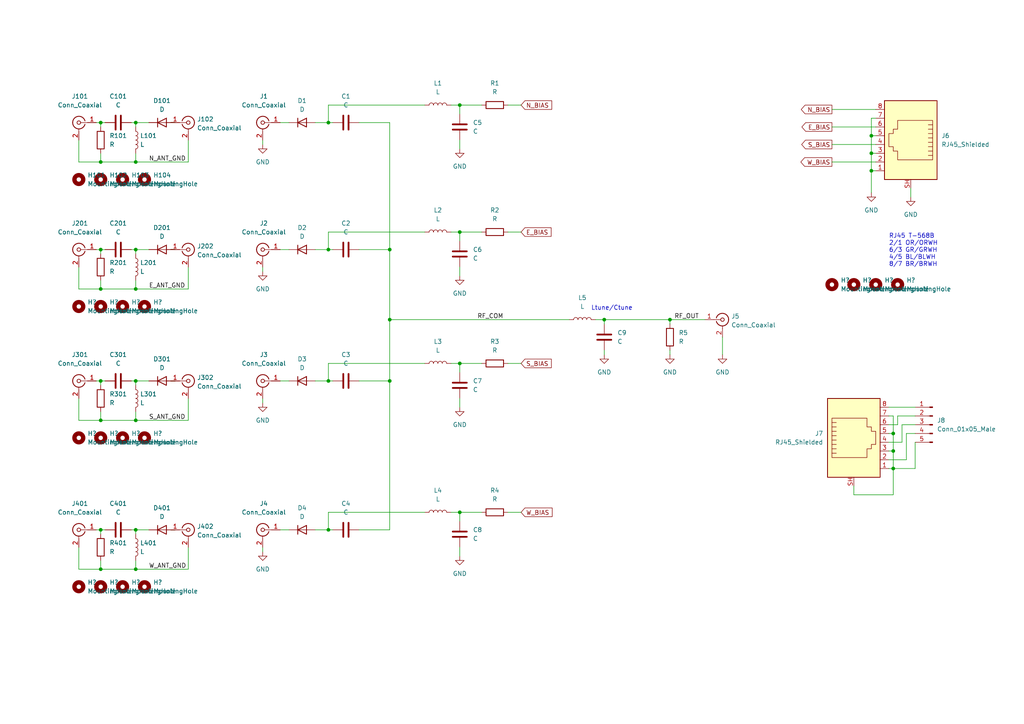
<source format=kicad_sch>
(kicad_sch (version 20211123) (generator eeschema)
  (paper "A4")
  (lib_symbols
    (symbol "Connector:Conn_01x05_Male" (pin_names (offset 1.016) hide)
      (property "Reference" "J" (at 0 7.62 0))
      (property "Value" "Conn_01x05_Male" (at 0 -7.62 0))
      (symbol "Conn_01x05_Male_1_1"
        (polyline (pts (xy 1.27 -5.08) (xy 0.8636 -5.08)) (stroke (width 0.1524)))
        (polyline (pts (xy 1.27 -2.54) (xy 0.8636 -2.54)) (stroke (width 0.1524)))
        (polyline (pts (xy 1.27 0) (xy 0.8636 0)) (stroke (width 0.1524)))
        (polyline (pts (xy 1.27 2.54) (xy 0.8636 2.54)) (stroke (width 0.1524)))
        (polyline (pts (xy 1.27 5.08) (xy 0.8636 5.08)) (stroke (width 0.1524)))
        (rectangle (start 0.8636 -4.953) (end 0 -5.207) (stroke (width 0.1524)) (fill (type outline)))
        (rectangle (start 0.8636 -2.413) (end 0 -2.667) (stroke (width 0.1524)) (fill (type outline)))
        (rectangle (start 0.8636 0.127) (end 0 -0.127) (stroke (width 0.1524)) (fill (type outline)))
        (rectangle (start 0.8636 2.667) (end 0 2.413) (stroke (width 0.1524)) (fill (type outline)))
        (rectangle (start 0.8636 5.207) (end 0 4.953) (stroke (width 0.1524)) (fill (type outline)))
        (pin passive line (at 5.08 5.08 180) (length 3.81) (name "Pin_1") (number "1"))
        (pin passive line (at 5.08 2.54 180) (length 3.81) (name "Pin_2") (number "2"))
        (pin passive line (at 5.08 0 180) (length 3.81) (name "Pin_3") (number "3"))
        (pin passive line (at 5.08 -2.54 180) (length 3.81) (name "Pin_4") (number "4"))
        (pin passive line (at 5.08 -5.08 180) (length 3.81) (name "Pin_5") (number "5"))
      )
    )
    (symbol "Connector:Conn_Coaxial" (pin_names (offset 1.016) hide)
      (property "Reference" "J" (at 0.254 3.048 0))
      (property "Value" "Conn_Coaxial" (at 2.921 0 90))
      (symbol "Conn_Coaxial_0_1"
        (arc (start -1.778 -0.508) (mid 0.222 -1.808) (end 1.778 0) (stroke (width 0.254)))
        (polyline (pts (xy -2.54 0) (xy -0.508 0)))
        (polyline (pts (xy 0 -2.54) (xy 0 -1.778)))
        (circle (center 0 0) (radius 0.508) (stroke (width 0.2032)))
        (arc (start 1.778 0) (mid 0.222 1.8083) (end -1.778 0.508) (stroke (width 0.254)))
      )
      (symbol "Conn_Coaxial_1_1"
        (pin passive line (at -5.08 0 0) (length 2.54) (name "In") (number "1"))
        (pin passive line (at 0 -5.08 90) (length 2.54) (name "Ext") (number "2"))
      )
    )
    (symbol "Connector:RJ45_Shielded" (pin_names (offset 1.016))
      (property "Reference" "J" (at -5.08 13.97 0))
      (property "Value" "RJ45_Shielded" (at 2.54 13.97 0))
      (symbol "RJ45_Shielded_0_1"
        (polyline (pts (xy -5.08 4.445) (xy -6.35 4.445)))
        (polyline (pts (xy -5.08 5.715) (xy -6.35 5.715)))
        (polyline (pts (xy -6.35 -3.175) (xy -5.08 -3.175) (xy -5.08 -3.175)))
        (polyline (pts (xy -6.35 -1.905) (xy -5.08 -1.905) (xy -5.08 -1.905)))
        (polyline (pts (xy -6.35 -0.635) (xy -5.08 -0.635) (xy -5.08 -0.635)))
        (polyline (pts (xy -6.35 0.635) (xy -5.08 0.635) (xy -5.08 0.635)))
        (polyline (pts (xy -6.35 1.905) (xy -5.08 1.905) (xy -5.08 1.905)))
        (polyline (pts (xy -5.08 3.175) (xy -6.35 3.175) (xy -6.35 3.175)))
        (polyline (pts (xy -6.35 -4.445) (xy -6.35 6.985) (xy 3.81 6.985) (xy 3.81 4.445) (xy 5.08 4.445) (xy 5.08 3.175) (xy 6.35 3.175) (xy 6.35 -0.635) (xy 5.08 -0.635) (xy 5.08 -1.905) (xy 3.81 -1.905) (xy 3.81 -4.445) (xy -6.35 -4.445) (xy -6.35 -4.445)))
        (rectangle (start 7.62 12.7) (end -7.62 -10.16) (stroke (width 0.254)) (fill (type background)))
      )
      (symbol "RJ45_Shielded_1_1"
        (pin passive line (at 10.16 -7.62 180) (length 2.54) (name "~") (number "1"))
        (pin passive line (at 10.16 -5.08 180) (length 2.54) (name "~") (number "2"))
        (pin passive line (at 10.16 -2.54 180) (length 2.54) (name "~") (number "3"))
        (pin passive line (at 10.16 0 180) (length 2.54) (name "~") (number "4"))
        (pin passive line (at 10.16 2.54 180) (length 2.54) (name "~") (number "5"))
        (pin passive line (at 10.16 5.08 180) (length 2.54) (name "~") (number "6"))
        (pin passive line (at 10.16 7.62 180) (length 2.54) (name "~") (number "7"))
        (pin passive line (at 10.16 10.16 180) (length 2.54) (name "~") (number "8"))
        (pin passive line (at 0 -12.7 90) (length 2.54) (name "~") (number "SH"))
      )
    )
    (symbol "Device:C" (pin_numbers hide) (pin_names (offset 0.254))
      (property "Reference" "C" (at 0.635 2.54 0))
      (property "Value" "C" (at 0.635 -2.54 0))
      (symbol "C_0_1"
        (polyline (pts (xy -2.032 -0.762) (xy 2.032 -0.762)) (stroke (width 0.508)))
        (polyline (pts (xy -2.032 0.762) (xy 2.032 0.762)) (stroke (width 0.508)))
      )
      (symbol "C_1_1"
        (pin passive line (at 0 3.81 270) (length 2.794) (name "~") (number "1"))
        (pin passive line (at 0 -3.81 90) (length 2.794) (name "~") (number "2"))
      )
    )
    (symbol "Device:D" (pin_numbers hide) (pin_names (offset 1.016) hide)
      (property "Reference" "D" (at 0 2.54 0))
      (property "Value" "D" (at 0 -2.54 0))
      (symbol "D_0_1"
        (polyline (pts (xy -1.27 1.27) (xy -1.27 -1.27)) (stroke (width 0.254)))
        (polyline (pts (xy 1.27 0) (xy -1.27 0)))
        (polyline (pts (xy 1.27 1.27) (xy 1.27 -1.27) (xy -1.27 0) (xy 1.27 1.27)) (stroke (width 0.254)))
      )
      (symbol "D_1_1"
        (pin passive line (at -3.81 0 0) (length 2.54) (name "K") (number "1"))
        (pin passive line (at 3.81 0 180) (length 2.54) (name "A") (number "2"))
      )
    )
    (symbol "Device:L" (pin_numbers hide) (pin_names (offset 1.016) hide)
      (property "Reference" "L" (at -1.27 0 90))
      (property "Value" "L" (at 1.905 0 90))
      (symbol "L_0_1"
        (arc (start 0 -2.54) (mid 0.635 -1.905) (end 0 -1.27))
        (arc (start 0 -1.27) (mid 0.635 -0.635) (end 0 0))
        (arc (start 0 0) (mid 0.635 0.635) (end 0 1.27))
        (arc (start 0 1.27) (mid 0.635 1.905) (end 0 2.54))
      )
      (symbol "L_1_1"
        (pin passive line (at 0 3.81 270) (length 1.27) (name "1") (number "1"))
        (pin passive line (at 0 -3.81 90) (length 1.27) (name "2") (number "2"))
      )
    )
    (symbol "Device:R" (pin_numbers hide) (pin_names (offset 0))
      (property "Reference" "R" (at 2.032 0 90))
      (property "Value" "R" (at 0 0 90))
      (symbol "R_0_1"
        (rectangle (start -1.016 -2.54) (end 1.016 2.54) (stroke (width 0.254)))
      )
      (symbol "R_1_1"
        (pin passive line (at 0 3.81 270) (length 1.27) (name "~") (number "1"))
        (pin passive line (at 0 -3.81 90) (length 1.27) (name "~") (number "2"))
      )
    )
    (symbol "Mechanical:MountingHole" (pin_names (offset 1.016))
      (property "Reference" "H" (at 0 5.08 0))
      (property "Value" "MountingHole" (at 0 3.175 0))
      (symbol "MountingHole_0_1"
        (circle (center 0 0) (radius 1.27) (stroke (width 1.27)))
      )
    )
    (symbol "power:GND" (power) (pin_names (offset 0))
      (property "Value" "GND" (at 0 -3.81 0))
      (symbol "GND_0_1"
        (polyline (pts (xy 0 0) (xy 0 -1.27) (xy 1.27 -1.27) (xy 0 -2.54) (xy -1.27 -1.27) (xy 0 -1.27)))
      )
      (symbol "GND_1_1"
        (pin power_in line (at 0 0 270) (length 0) hide (name "GND") (number "1"))
      )
    )
  )
  (junction (at 39.37 165.1))
  (junction (at 252.73 44.45))
  (junction (at 29.21 83.82))
  (junction (at 259.08 125.73))
  (junction (at 252.73 49.53))
  (junction (at 95.25 110.49))
  (junction (at 39.37 83.82))
  (junction (at 133.35 30.48))
  (junction (at 39.37 35.56))
  (junction (at 39.37 153.67))
  (junction (at 39.37 46.99))
  (junction (at 39.37 121.92))
  (junction (at 259.08 130.81))
  (junction (at 29.21 46.99))
  (junction (at 95.25 35.56))
  (junction (at 259.08 135.89))
  (junction (at 113.03 72.39))
  (junction (at 194.31 92.71))
  (junction (at 29.21 153.67))
  (junction (at 113.03 92.71))
  (junction (at 95.25 72.39))
  (junction (at 29.21 121.92))
  (junction (at 39.37 72.39))
  (junction (at 133.35 105.41))
  (junction (at 29.21 165.1))
  (junction (at 133.35 148.59))
  (junction (at 133.35 67.31))
  (junction (at 29.21 35.56))
  (junction (at 29.21 72.39))
  (junction (at 39.37 110.49))
  (junction (at 95.25 153.67))
  (junction (at 113.03 110.49))
  (junction (at 29.21 110.49))
  (junction (at 252.73 39.37))
  (junction (at 175.26 92.71))
  (wire (pts (xy 130.81 67.31) (xy 133.35 67.31)))
  (wire (pts (xy 91.44 153.67) (xy 95.25 153.67)))
  (wire (pts (xy 39.37 153.67) (xy 43.18 153.67)))
  (wire (pts (xy 39.37 119.38) (xy 39.37 121.92)))
  (wire (pts (xy 247.65 143.51) (xy 259.08 143.51)))
  (wire (pts (xy 133.35 105.41) (xy 133.35 107.95)))
  (wire (pts (xy 22.86 46.99) (xy 29.21 46.99)))
  (wire (pts (xy 22.86 115.57) (xy 22.86 121.92)))
  (wire (pts (xy 29.21 165.1) (xy 39.37 165.1)))
  (wire (pts (xy 209.55 97.79) (xy 209.55 102.87)))
  (wire (pts (xy 257.81 135.89) (xy 259.08 135.89)))
  (wire (pts (xy 81.28 153.67) (xy 83.82 153.67)))
  (wire (pts (xy 260.35 123.19) (xy 260.35 120.65)))
  (wire (pts (xy 113.03 35.56) (xy 113.03 72.39)))
  (wire (pts (xy 39.37 162.56) (xy 39.37 165.1)))
  (wire (pts (xy 123.19 148.59) (xy 95.25 148.59)))
  (wire (pts (xy 133.35 148.59) (xy 133.35 151.13)))
  (wire (pts (xy 261.62 123.19) (xy 265.43 123.19)))
  (wire (pts (xy 259.08 143.51) (xy 259.08 135.89)))
  (wire (pts (xy 39.37 110.49) (xy 39.37 111.76)))
  (wire (pts (xy 241.3 36.83) (xy 254 36.83)))
  (wire (pts (xy 123.19 105.41) (xy 95.25 105.41)))
  (wire (pts (xy 175.26 92.71) (xy 175.26 93.98)))
  (wire (pts (xy 95.25 35.56) (xy 96.52 35.56)))
  (wire (pts (xy 104.14 72.39) (xy 113.03 72.39)))
  (wire (pts (xy 252.73 44.45) (xy 252.73 49.53)))
  (wire (pts (xy 175.26 92.71) (xy 194.31 92.71)))
  (wire (pts (xy 29.21 35.56) (xy 29.21 36.83)))
  (wire (pts (xy 95.25 105.41) (xy 95.25 110.49)))
  (wire (pts (xy 76.2 77.47) (xy 76.2 78.74)))
  (wire (pts (xy 39.37 121.92) (xy 54.61 121.92)))
  (wire (pts (xy 54.61 158.75) (xy 54.61 165.1)))
  (wire (pts (xy 130.81 148.59) (xy 133.35 148.59)))
  (wire (pts (xy 22.86 77.47) (xy 22.86 83.82)))
  (wire (pts (xy 29.21 153.67) (xy 27.94 153.67)))
  (wire (pts (xy 22.86 158.75) (xy 22.86 165.1)))
  (wire (pts (xy 241.3 46.99) (xy 254 46.99)))
  (wire (pts (xy 262.89 125.73) (xy 265.43 125.73)))
  (wire (pts (xy 22.86 121.92) (xy 29.21 121.92)))
  (wire (pts (xy 39.37 165.1) (xy 54.61 165.1)))
  (wire (pts (xy 50.8 72.39) (xy 49.53 72.39)))
  (wire (pts (xy 113.03 92.71) (xy 165.1 92.71)))
  (wire (pts (xy 39.37 35.56) (xy 39.37 36.83)))
  (wire (pts (xy 241.3 31.75) (xy 254 31.75)))
  (wire (pts (xy 29.21 121.92) (xy 39.37 121.92)))
  (wire (pts (xy 76.2 158.75) (xy 76.2 160.02)))
  (wire (pts (xy 147.32 105.41) (xy 151.13 105.41)))
  (wire (pts (xy 260.35 120.65) (xy 265.43 120.65)))
  (wire (pts (xy 147.32 30.48) (xy 151.13 30.48)))
  (wire (pts (xy 39.37 83.82) (xy 54.61 83.82)))
  (wire (pts (xy 133.35 148.59) (xy 139.7 148.59)))
  (wire (pts (xy 22.86 165.1) (xy 29.21 165.1)))
  (wire (pts (xy 104.14 153.67) (xy 113.03 153.67)))
  (wire (pts (xy 29.21 83.82) (xy 39.37 83.82)))
  (wire (pts (xy 257.81 133.35) (xy 262.89 133.35)))
  (wire (pts (xy 39.37 46.99) (xy 54.61 46.99)))
  (wire (pts (xy 123.19 67.31) (xy 95.25 67.31)))
  (wire (pts (xy 29.21 35.56) (xy 27.94 35.56)))
  (wire (pts (xy 95.25 153.67) (xy 96.52 153.67)))
  (wire (pts (xy 50.8 35.56) (xy 49.53 35.56)))
  (wire (pts (xy 29.21 44.45) (xy 29.21 46.99)))
  (wire (pts (xy 29.21 153.67) (xy 29.21 154.94)))
  (wire (pts (xy 133.35 77.47) (xy 133.35 80.01)))
  (wire (pts (xy 241.3 41.91) (xy 254 41.91)))
  (wire (pts (xy 81.28 72.39) (xy 83.82 72.39)))
  (wire (pts (xy 259.08 130.81) (xy 259.08 135.89)))
  (wire (pts (xy 29.21 110.49) (xy 27.94 110.49)))
  (wire (pts (xy 29.21 72.39) (xy 29.21 73.66)))
  (wire (pts (xy 113.03 72.39) (xy 113.03 92.71)))
  (wire (pts (xy 104.14 110.49) (xy 113.03 110.49)))
  (wire (pts (xy 172.72 92.71) (xy 175.26 92.71)))
  (wire (pts (xy 133.35 115.57) (xy 133.35 118.11)))
  (wire (pts (xy 91.44 35.56) (xy 95.25 35.56)))
  (wire (pts (xy 95.25 67.31) (xy 95.25 72.39)))
  (wire (pts (xy 81.28 35.56) (xy 83.82 35.56)))
  (wire (pts (xy 252.73 39.37) (xy 252.73 44.45)))
  (wire (pts (xy 123.19 30.48) (xy 95.25 30.48)))
  (wire (pts (xy 29.21 46.99) (xy 39.37 46.99)))
  (wire (pts (xy 95.25 148.59) (xy 95.25 153.67)))
  (wire (pts (xy 54.61 77.47) (xy 54.61 83.82)))
  (wire (pts (xy 29.21 162.56) (xy 29.21 165.1)))
  (wire (pts (xy 29.21 110.49) (xy 29.21 111.76)))
  (wire (pts (xy 22.86 83.82) (xy 29.21 83.82)))
  (wire (pts (xy 254 44.45) (xy 252.73 44.45)))
  (wire (pts (xy 147.32 67.31) (xy 151.13 67.31)))
  (wire (pts (xy 257.81 120.65) (xy 259.08 120.65)))
  (wire (pts (xy 257.81 125.73) (xy 259.08 125.73)))
  (wire (pts (xy 76.2 115.57) (xy 76.2 116.84)))
  (wire (pts (xy 91.44 72.39) (xy 95.25 72.39)))
  (wire (pts (xy 257.81 123.19) (xy 260.35 123.19)))
  (wire (pts (xy 29.21 81.28) (xy 29.21 83.82)))
  (wire (pts (xy 50.8 153.67) (xy 49.53 153.67)))
  (wire (pts (xy 38.1 35.56) (xy 39.37 35.56)))
  (wire (pts (xy 261.62 128.27) (xy 261.62 123.19)))
  (wire (pts (xy 76.2 40.64) (xy 76.2 41.91)))
  (wire (pts (xy 247.65 140.97) (xy 247.65 143.51)))
  (wire (pts (xy 50.8 110.49) (xy 49.53 110.49)))
  (wire (pts (xy 133.35 30.48) (xy 139.7 30.48)))
  (wire (pts (xy 265.43 135.89) (xy 259.08 135.89)))
  (wire (pts (xy 133.35 30.48) (xy 133.35 33.02)))
  (wire (pts (xy 81.28 110.49) (xy 83.82 110.49)))
  (wire (pts (xy 130.81 30.48) (xy 133.35 30.48)))
  (wire (pts (xy 29.21 153.67) (xy 30.48 153.67)))
  (wire (pts (xy 133.35 40.64) (xy 133.35 43.18)))
  (wire (pts (xy 54.61 40.64) (xy 54.61 46.99)))
  (wire (pts (xy 259.08 125.73) (xy 259.08 130.81)))
  (wire (pts (xy 113.03 153.67) (xy 113.03 110.49)))
  (wire (pts (xy 95.25 110.49) (xy 96.52 110.49)))
  (wire (pts (xy 252.73 34.29) (xy 252.73 39.37)))
  (wire (pts (xy 29.21 72.39) (xy 27.94 72.39)))
  (wire (pts (xy 175.26 101.6) (xy 175.26 102.87)))
  (wire (pts (xy 39.37 72.39) (xy 43.18 72.39)))
  (wire (pts (xy 39.37 35.56) (xy 43.18 35.56)))
  (wire (pts (xy 194.31 101.6) (xy 194.31 102.87)))
  (wire (pts (xy 133.35 158.75) (xy 133.35 161.29)))
  (wire (pts (xy 259.08 120.65) (xy 259.08 125.73)))
  (wire (pts (xy 95.25 30.48) (xy 95.25 35.56)))
  (wire (pts (xy 257.81 130.81) (xy 259.08 130.81)))
  (wire (pts (xy 29.21 35.56) (xy 30.48 35.56)))
  (wire (pts (xy 39.37 110.49) (xy 43.18 110.49)))
  (wire (pts (xy 39.37 153.67) (xy 39.37 154.94)))
  (wire (pts (xy 262.89 133.35) (xy 262.89 125.73)))
  (wire (pts (xy 38.1 110.49) (xy 39.37 110.49)))
  (wire (pts (xy 38.1 72.39) (xy 39.37 72.39)))
  (wire (pts (xy 265.43 128.27) (xy 265.43 135.89)))
  (wire (pts (xy 22.86 40.64) (xy 22.86 46.99)))
  (wire (pts (xy 254 49.53) (xy 252.73 49.53)))
  (wire (pts (xy 95.25 72.39) (xy 96.52 72.39)))
  (wire (pts (xy 133.35 67.31) (xy 133.35 69.85)))
  (wire (pts (xy 254 39.37) (xy 252.73 39.37)))
  (wire (pts (xy 252.73 49.53) (xy 252.73 55.88)))
  (wire (pts (xy 104.14 35.56) (xy 113.03 35.56)))
  (wire (pts (xy 194.31 92.71) (xy 194.31 93.98)))
  (wire (pts (xy 264.16 54.61) (xy 264.16 57.15)))
  (wire (pts (xy 133.35 105.41) (xy 139.7 105.41)))
  (wire (pts (xy 130.81 105.41) (xy 133.35 105.41)))
  (wire (pts (xy 91.44 110.49) (xy 95.25 110.49)))
  (wire (pts (xy 38.1 153.67) (xy 39.37 153.67)))
  (wire (pts (xy 257.81 128.27) (xy 261.62 128.27)))
  (wire (pts (xy 39.37 81.28) (xy 39.37 83.82)))
  (wire (pts (xy 194.31 92.71) (xy 204.47 92.71)))
  (wire (pts (xy 39.37 44.45) (xy 39.37 46.99)))
  (wire (pts (xy 39.37 72.39) (xy 39.37 73.66)))
  (wire (pts (xy 29.21 72.39) (xy 30.48 72.39)))
  (wire (pts (xy 133.35 67.31) (xy 139.7 67.31)))
  (wire (pts (xy 254 34.29) (xy 252.73 34.29)))
  (wire (pts (xy 113.03 110.49) (xy 113.03 92.71)))
  (wire (pts (xy 147.32 148.59) (xy 151.13 148.59)))
  (wire (pts (xy 29.21 110.49) (xy 30.48 110.49)))
  (wire (pts (xy 54.61 115.57) (xy 54.61 121.92)))
  (wire (pts (xy 29.21 119.38) (xy 29.21 121.92)))
  (wire (pts (xy 257.81 118.11) (xy 265.43 118.11)))
  (text "RJ45 T-568B  \n2/1 OR/ORWH\n6/3 GR/GRWH\n4/5 BL/BLWH\n8/7 BR/BRWH" (at 257.81 77.47 0) (effects (font (size 1.27 1.27)) (justify left bottom)))
  (text "Ltune/Ctune" (at 171.45 90.17 0) (effects (font (size 1.27 1.27)) (justify left bottom)))
  (label "W_ANT_GND" (at 43.18 165.1 0))
  (label "N_ANT_GND" (at 43.18 46.99 0))
  (label "RF_OUT" (at 195.58 92.71 0))
  (label "RF_COM" (at 138.43 92.71 0))
  (label "S_ANT_GND" (at 43.18 121.92 0))
  (label "E_ANT_GND" (at 43.18 83.82 0))
  (global_label "E_BIAS" (shape output) (at 241.3 36.83 180) (property "Intersheet References" "${INTERSHEET_REFS}" (effects hide)))
  (global_label "S_BIAS" (shape input) (at 151.13 105.41 0) (property "Intersheet References" "${INTERSHEET_REFS}" (effects hide)))
  (global_label "N_BIAS" (shape input) (at 151.13 30.48 0) (property "Intersheet References" "${INTERSHEET_REFS}" (effects hide)))
  (global_label "S_BIAS" (shape output) (at 241.3 41.91 180) (property "Intersheet References" "${INTERSHEET_REFS}" (effects hide)))
  (global_label "N_BIAS" (shape output) (at 241.3 31.75 180) (property "Intersheet References" "${INTERSHEET_REFS}" (effects hide)))
  (global_label "E_BIAS" (shape input) (at 151.13 67.31 0) (property "Intersheet References" "${INTERSHEET_REFS}" (effects hide)))
  (global_label "W_BIAS" (shape output) (at 241.3 46.99 180) (property "Intersheet References" "${INTERSHEET_REFS}" (effects hide)))
  (global_label "W_BIAS" (shape input) (at 151.13 148.59 0) (property "Intersheet References" "${INTERSHEET_REFS}" (effects hide)))
  (symbol (lib_id "Connector:Conn_Coaxial") (at 22.86 153.67 0) (mirror y) (unit 1)
    (property "Reference" "J401" (at 23.1774 146.05 0))
    (property "Value" "Conn_Coaxial" (at 23.1774 148.59 0))
    (property "Footprint" "Connector_Coaxial:SMA_Amphenol_132134_Vertical" (effects hide))
    (property "Datasheet" " ~" (effects hide))
  )
  (symbol (lib_id "power:GND") (at 264.16 57.15 0) (unit 1)
    (property "Reference" "#PWR013" (effects hide))
    (property "Value" "GND" (at 264.16 62.23 0))
  )
  (symbol (lib_id "Mechanical:MountingHole") (at 22.86 52.07 0) (unit 1)
    (property "Reference" "H101" (at 25.4 50.7999 0) (effects (justify left)))
    (property "Value" "MountingHole" (at 25.4 53.3399 0) (effects (justify left)))
  )
  (symbol (lib_id "Mechanical:MountingHole") (at 29.21 52.07 0) (unit 1)
    (property "Reference" "H102" (at 31.75 50.7999 0) (effects (justify left)))
    (property "Value" "MountingHole" (at 31.75 53.3399 0) (effects (justify left)))
  )
  (symbol (lib_id "Connector:Conn_Coaxial") (at 209.55 92.71 0) (unit 1)
    (property "Reference" "J5" (at 212.09 91.7331 0) (effects (justify left)))
    (property "Value" "Conn_Coaxial" (at 212.09 94.2731 0) (effects (justify left)))
    (property "Footprint" "Connector_Coaxial:SMA_Molex_73251-2200_Horizontal" (effects hide))
    (property "Datasheet" " ~" (effects hide))
  )
  (symbol (lib_id "Device:C") (at 100.33 110.49 90) (unit 1)
    (property "Reference" "C3" (at 100.33 102.87 90))
    (property "Value" "C" (at 100.33 105.41 90))
    (property "Footprint" "Capacitor_SMD:C_0402_1005Metric_Pad0.74x0.62mm_HandSolder" (effects hide))
  )
  (symbol (lib_id "power:GND") (at 76.2 41.91 0) (unit 1)
    (property "Reference" "#PWR01" (effects hide))
    (property "Value" "GND" (at 76.2 46.99 0))
  )
  (symbol (lib_id "Device:L") (at 127 105.41 90) (unit 1)
    (property "Reference" "L3" (at 127 99.06 90))
    (property "Value" "L" (at 127 101.6 90))
    (property "Footprint" "Inductor_SMD:L_0402_1005Metric_Pad0.77x0.64mm_HandSolder" (effects hide))
  )
  (symbol (lib_id "Device:R") (at 194.31 97.79 0) (unit 1)
    (property "Reference" "R5" (at 196.85 96.5199 0) (effects (justify left)))
    (property "Value" "R" (at 196.85 99.0599 0) (effects (justify left)))
    (property "Footprint" "Resistor_SMD:R_0402_1005Metric_Pad0.72x0.64mm_HandSolder" (effects hide))
  )
  (symbol (lib_id "Mechanical:MountingHole") (at 41.91 170.18 0) (unit 1)
    (property "Reference" "H?" (at 44.45 168.9099 0) (effects (justify left)))
    (property "Value" "MountingHole" (at 44.45 171.4499 0) (effects (justify left)))
  )
  (symbol (lib_id "Device:L") (at 127 67.31 90) (unit 1)
    (property "Reference" "L2" (at 127 60.96 90))
    (property "Value" "L" (at 127 63.5 90))
    (property "Footprint" "Inductor_SMD:L_0402_1005Metric_Pad0.77x0.64mm_HandSolder" (effects hide))
  )
  (symbol (lib_id "Device:C") (at 175.26 97.79 0) (unit 1)
    (property "Reference" "C9" (at 179.07 96.5199 0) (effects (justify left)))
    (property "Value" "C" (at 179.07 99.0599 0) (effects (justify left)))
    (property "Footprint" "Capacitor_SMD:C_0402_1005Metric_Pad0.74x0.62mm_HandSolder" (effects hide))
  )
  (symbol (lib_id "Mechanical:MountingHole") (at 35.56 52.07 0) (unit 1)
    (property "Reference" "H103" (at 38.1 50.7999 0) (effects (justify left)))
    (property "Value" "MountingHole" (at 38.1 53.3399 0) (effects (justify left)))
  )
  (symbol (lib_id "power:GND") (at 76.2 116.84 0) (unit 1)
    (property "Reference" "#PWR03" (effects hide))
    (property "Value" "GND" (at 76.2 121.92 0))
  )
  (symbol (lib_id "Device:C") (at 34.29 153.67 90) (unit 1)
    (property "Reference" "C401" (at 34.29 146.05 90))
    (property "Value" "C" (at 34.29 148.59 90))
    (property "Footprint" "Capacitor_SMD:C_0402_1005Metric_Pad0.74x0.62mm_HandSolder" (effects hide))
  )
  (symbol (lib_id "Connector:Conn_Coaxial") (at 54.61 72.39 0) (unit 1)
    (property "Reference" "J202" (at 57.15 71.4131 0) (effects (justify left)))
    (property "Value" "Conn_Coaxial" (at 57.15 73.9531 0) (effects (justify left)))
    (property "Footprint" "Connector_Coaxial:SMA_Amphenol_132203-12_Horizontal" (effects hide))
    (property "Datasheet" " ~" (effects hide))
  )
  (symbol (lib_id "Device:L") (at 127 148.59 90) (unit 1)
    (property "Reference" "L4" (at 127 142.24 90))
    (property "Value" "L" (at 127 144.78 90))
    (property "Footprint" "Inductor_SMD:L_0402_1005Metric_Pad0.77x0.64mm_HandSolder" (effects hide))
  )
  (symbol (lib_id "Device:C") (at 34.29 110.49 90) (unit 1)
    (property "Reference" "C301" (at 34.29 102.87 90))
    (property "Value" "C" (at 34.29 105.41 90))
    (property "Footprint" "Capacitor_SMD:C_0402_1005Metric_Pad0.74x0.62mm_HandSolder" (effects hide))
  )
  (symbol (lib_id "Device:R") (at 143.51 105.41 90) (unit 1)
    (property "Reference" "R3" (at 143.51 99.06 90))
    (property "Value" "R" (at 143.51 101.6 90))
    (property "Footprint" "Resistor_SMD:R_0402_1005Metric_Pad0.72x0.64mm_HandSolder" (effects hide))
  )
  (symbol (lib_id "Mechanical:MountingHole") (at 35.56 88.9 0) (unit 1)
    (property "Reference" "H?" (at 38.1 87.6299 0) (effects (justify left)))
    (property "Value" "MountingHole" (at 38.1 90.1699 0) (effects (justify left)))
  )
  (symbol (lib_id "Connector:Conn_Coaxial") (at 54.61 110.49 0) (unit 1)
    (property "Reference" "J302" (at 57.15 109.5131 0) (effects (justify left)))
    (property "Value" "Conn_Coaxial" (at 57.15 112.0531 0) (effects (justify left)))
    (property "Footprint" "Connector_Coaxial:SMA_Amphenol_132203-12_Horizontal" (effects hide))
    (property "Datasheet" " ~" (effects hide))
  )
  (symbol (lib_id "power:GND") (at 133.35 43.18 0) (unit 1)
    (property "Reference" "#PWR05" (effects hide))
    (property "Value" "GND" (at 133.35 48.26 0))
  )
  (symbol (lib_id "power:GND") (at 76.2 160.02 0) (unit 1)
    (property "Reference" "#PWR04" (effects hide))
    (property "Value" "GND" (at 76.2 165.1 0))
  )
  (symbol (lib_id "power:GND") (at 194.31 102.87 0) (unit 1)
    (property "Reference" "#PWR010" (effects hide))
    (property "Value" "GND" (at 194.31 107.95 0))
  )
  (symbol (lib_id "Mechanical:MountingHole") (at 29.21 170.18 0) (unit 1)
    (property "Reference" "H?" (at 31.75 168.9099 0) (effects (justify left)))
    (property "Value" "MountingHole" (at 31.75 171.4499 0) (effects (justify left)))
  )
  (symbol (lib_id "Mechanical:MountingHole") (at 29.21 88.9 0) (unit 1)
    (property "Reference" "H?" (at 31.75 87.6299 0) (effects (justify left)))
    (property "Value" "MountingHole" (at 31.75 90.1699 0) (effects (justify left)))
  )
  (symbol (lib_id "Device:C") (at 133.35 154.94 0) (unit 1)
    (property "Reference" "C8" (at 137.16 153.6699 0) (effects (justify left)))
    (property "Value" "C" (at 137.16 156.2099 0) (effects (justify left)))
    (property "Footprint" "Capacitor_SMD:C_0402_1005Metric_Pad0.74x0.62mm_HandSolder" (effects hide))
  )
  (symbol (lib_id "Mechanical:MountingHole") (at 35.56 170.18 0) (unit 1)
    (property "Reference" "H?" (at 38.1 168.9099 0) (effects (justify left)))
    (property "Value" "MountingHole" (at 38.1 171.4499 0) (effects (justify left)))
  )
  (symbol (lib_id "Connector:Conn_Coaxial") (at 76.2 35.56 0) (mirror y) (unit 1)
    (property "Reference" "J1" (at 76.5174 27.94 0))
    (property "Value" "Conn_Coaxial" (at 76.5174 30.48 0))
    (property "Footprint" "Connector_Coaxial:SMA_Amphenol_132203-12_Horizontal" (effects hide))
    (property "Datasheet" " ~" (effects hide))
  )
  (symbol (lib_id "Mechanical:MountingHole") (at 41.91 127 0) (unit 1)
    (property "Reference" "H?" (at 44.45 125.7299 0) (effects (justify left)))
    (property "Value" "MountingHole" (at 44.45 128.2699 0) (effects (justify left)))
  )
  (symbol (lib_id "Connector:Conn_Coaxial") (at 76.2 72.39 0) (mirror y) (unit 1)
    (property "Reference" "J2" (at 76.5174 64.77 0))
    (property "Value" "Conn_Coaxial" (at 76.5174 67.31 0))
    (property "Footprint" "Connector_Coaxial:SMA_Amphenol_132203-12_Horizontal" (effects hide))
    (property "Datasheet" " ~" (effects hide))
  )
  (symbol (lib_id "Device:R") (at 143.51 30.48 90) (unit 1)
    (property "Reference" "R1" (at 143.51 24.13 90))
    (property "Value" "R" (at 143.51 26.67 90))
    (property "Footprint" "Resistor_SMD:R_0402_1005Metric_Pad0.72x0.64mm_HandSolder" (effects hide))
  )
  (symbol (lib_id "Device:D") (at 87.63 35.56 0) (unit 1)
    (property "Reference" "D1" (at 87.63 29.21 0))
    (property "Value" "D" (at 87.63 31.75 0))
    (property "Footprint" "Diode_SMD:D_SOD-523" (effects hide))
  )
  (symbol (lib_id "Mechanical:MountingHole") (at 254 82.55 0) (unit 1)
    (property "Reference" "H?" (at 256.54 81.2799 0) (effects (justify left)))
    (property "Value" "MountingHole" (at 256.54 83.8199 0) (effects (justify left)))
  )
  (symbol (lib_id "Device:R") (at 29.21 115.57 0) (unit 1)
    (property "Reference" "R301" (at 31.75 114.2999 0) (effects (justify left)))
    (property "Value" "R" (at 31.75 116.8399 0) (effects (justify left)))
    (property "Footprint" "Resistor_SMD:R_0402_1005Metric_Pad0.72x0.64mm_HandSolder" (effects hide))
  )
  (symbol (lib_id "Device:D") (at 87.63 110.49 0) (unit 1)
    (property "Reference" "D3" (at 87.63 104.14 0))
    (property "Value" "D" (at 87.63 106.68 0))
    (property "Footprint" "Diode_SMD:D_SOD-523" (effects hide))
  )
  (symbol (lib_id "Mechanical:MountingHole") (at 41.91 88.9 0) (unit 1)
    (property "Reference" "H?" (at 44.45 87.6299 0) (effects (justify left)))
    (property "Value" "MountingHole" (at 44.45 90.1699 0) (effects (justify left)))
  )
  (symbol (lib_id "Device:C") (at 100.33 35.56 90) (unit 1)
    (property "Reference" "C1" (at 100.33 27.94 90))
    (property "Value" "C" (at 100.33 30.48 90))
    (property "Footprint" "Capacitor_SMD:C_0402_1005Metric_Pad0.74x0.62mm_HandSolder" (effects hide))
  )
  (symbol (lib_id "Connector:Conn_Coaxial") (at 76.2 153.67 0) (mirror y) (unit 1)
    (property "Reference" "J4" (at 76.5174 146.05 0))
    (property "Value" "Conn_Coaxial" (at 76.5174 148.59 0))
    (property "Footprint" "Connector_Coaxial:SMA_Amphenol_132203-12_Horizontal" (effects hide))
    (property "Datasheet" " ~" (effects hide))
  )
  (symbol (lib_id "Mechanical:MountingHole") (at 247.65 82.55 0) (unit 1)
    (property "Reference" "H?" (at 250.19 81.2799 0) (effects (justify left)))
    (property "Value" "MountingHole" (at 250.19 83.8199 0) (effects (justify left)))
  )
  (symbol (lib_id "Mechanical:MountingHole") (at 260.35 82.55 0) (unit 1)
    (property "Reference" "H?" (at 262.89 81.2799 0) (effects (justify left)))
    (property "Value" "MountingHole" (at 262.89 83.8199 0) (effects (justify left)))
  )
  (symbol (lib_id "power:GND") (at 209.55 102.87 0) (unit 1)
    (property "Reference" "#PWR011" (effects hide))
    (property "Value" "GND" (at 209.55 107.95 0))
  )
  (symbol (lib_id "Device:C") (at 100.33 153.67 90) (unit 1)
    (property "Reference" "C4" (at 100.33 146.05 90))
    (property "Value" "C" (at 100.33 148.59 90))
    (property "Footprint" "Capacitor_SMD:C_0402_1005Metric_Pad0.74x0.62mm_HandSolder" (effects hide))
  )
  (symbol (lib_id "Device:R") (at 29.21 40.64 0) (unit 1)
    (property "Reference" "R101" (at 31.75 39.3699 0) (effects (justify left)))
    (property "Value" "R" (at 31.75 41.9099 0) (effects (justify left)))
    (property "Footprint" "Resistor_SMD:R_0402_1005Metric_Pad0.72x0.64mm_HandSolder" (effects hide))
  )
  (symbol (lib_id "power:GND") (at 175.26 102.87 0) (unit 1)
    (property "Reference" "#PWR09" (effects hide))
    (property "Value" "GND" (at 175.26 107.95 0))
  )
  (symbol (lib_id "Mechanical:MountingHole") (at 22.86 88.9 0) (unit 1)
    (property "Reference" "H?" (at 25.4 87.6299 0) (effects (justify left)))
    (property "Value" "MountingHole" (at 25.4 90.1699 0) (effects (justify left)))
  )
  (symbol (lib_id "Connector:Conn_Coaxial") (at 22.86 110.49 0) (mirror y) (unit 1)
    (property "Reference" "J301" (at 23.1774 102.87 0))
    (property "Value" "Conn_Coaxial" (at 23.1774 105.41 0))
    (property "Footprint" "Connector_Coaxial:SMA_Amphenol_132134_Vertical" (effects hide))
    (property "Datasheet" " ~" (effects hide))
  )
  (symbol (lib_id "Device:D") (at 46.99 153.67 0) (unit 1)
    (property "Reference" "D401" (at 46.99 147.32 0))
    (property "Value" "D" (at 46.99 149.86 0))
    (property "Footprint" "Diode_SMD:D_SOD-523" (effects hide))
  )
  (symbol (lib_id "Device:L") (at 39.37 77.47 0) (unit 1)
    (property "Reference" "L201" (at 40.64 76.1999 0) (effects (justify left)))
    (property "Value" "L" (at 40.64 78.7399 0) (effects (justify left)))
    (property "Footprint" "Inductor_SMD:L_0402_1005Metric_Pad0.77x0.64mm_HandSolder" (effects hide))
  )
  (symbol (lib_id "Device:D") (at 46.99 35.56 0) (unit 1)
    (property "Reference" "D101" (at 46.99 29.21 0))
    (property "Value" "D" (at 46.99 31.75 0))
    (property "Footprint" "Diode_SMD:D_SOD-523" (effects hide))
  )
  (symbol (lib_id "Mechanical:MountingHole") (at 35.56 127 0) (unit 1)
    (property "Reference" "H?" (at 38.1 125.7299 0) (effects (justify left)))
    (property "Value" "MountingHole" (at 38.1 128.2699 0) (effects (justify left)))
  )
  (symbol (lib_id "Connector:Conn_01x05_Male") (at 270.51 123.19 0) (mirror y) (unit 1)
    (property "Reference" "J8" (at 271.78 121.9199 0) (effects (justify right)))
    (property "Value" "Conn_01x05_Male" (at 271.78 124.4599 0) (effects (justify right)))
    (property "Footprint" "Connector_PinHeader_2.54mm:PinHeader_1x05_P2.54mm_Vertical" (effects hide))
  )
  (symbol (lib_id "Connector:RJ45_Shielded") (at 264.16 41.91 0) (mirror y) (unit 1)
    (property "Reference" "J6" (at 273.05 39.3699 0) (effects (justify right)))
    (property "Value" "RJ45_Shielded" (at 273.05 41.9099 0) (effects (justify right)))
    (property "Footprint" "Connector_RJ:RJ45_Wuerth_7499010001A_Horizontal" (effects hide))
  )
  (symbol (lib_id "Device:R") (at 29.21 158.75 0) (unit 1)
    (property "Reference" "R401" (at 31.75 157.4799 0) (effects (justify left)))
    (property "Value" "R" (at 31.75 160.0199 0) (effects (justify left)))
    (property "Footprint" "Resistor_SMD:R_0402_1005Metric_Pad0.72x0.64mm_HandSolder" (effects hide))
  )
  (symbol (lib_id "Device:R") (at 143.51 67.31 90) (unit 1)
    (property "Reference" "R2" (at 143.51 60.96 90))
    (property "Value" "R" (at 143.51 63.5 90))
    (property "Footprint" "Resistor_SMD:R_0402_1005Metric_Pad0.72x0.64mm_HandSolder" (effects hide))
  )
  (symbol (lib_id "Connector:Conn_Coaxial") (at 76.2 110.49 0) (mirror y) (unit 1)
    (property "Reference" "J3" (at 76.5174 102.87 0))
    (property "Value" "Conn_Coaxial" (at 76.5174 105.41 0))
    (property "Footprint" "Connector_Coaxial:SMA_Amphenol_132203-12_Horizontal" (effects hide))
    (property "Datasheet" " ~" (effects hide))
  )
  (symbol (lib_id "Connector:Conn_Coaxial") (at 54.61 35.56 0) (unit 1)
    (property "Reference" "J102" (at 57.15 34.5831 0) (effects (justify left)))
    (property "Value" "Conn_Coaxial" (at 57.15 37.1231 0) (effects (justify left)))
    (property "Footprint" "Connector_Coaxial:SMA_Amphenol_132203-12_Horizontal" (effects hide))
    (property "Datasheet" " ~" (effects hide))
  )
  (symbol (lib_id "Connector:RJ45_Shielded") (at 247.65 128.27 0) (unit 1)
    (property "Reference" "J7" (at 238.76 125.7299 0) (effects (justify right)))
    (property "Value" "RJ45_Shielded" (at 238.76 128.2699 0) (effects (justify right)))
    (property "Footprint" "Connector_RJ:RJ45_Wuerth_7499010001A_Horizontal" (effects hide))
  )
  (symbol (lib_id "Device:D") (at 46.99 72.39 0) (unit 1)
    (property "Reference" "D201" (at 46.99 66.04 0))
    (property "Value" "D" (at 46.99 68.58 0))
    (property "Footprint" "Diode_SMD:D_SOD-523" (effects hide))
  )
  (symbol (lib_id "Device:L") (at 39.37 40.64 0) (unit 1)
    (property "Reference" "L101" (at 40.64 39.3699 0) (effects (justify left)))
    (property "Value" "L" (at 40.64 41.9099 0) (effects (justify left)))
    (property "Footprint" "Inductor_SMD:L_0402_1005Metric_Pad0.77x0.64mm_HandSolder" (effects hide))
  )
  (symbol (lib_id "power:GND") (at 252.73 55.88 0) (unit 1)
    (property "Reference" "#PWR012" (effects hide))
    (property "Value" "GND" (at 252.73 60.96 0))
  )
  (symbol (lib_id "Mechanical:MountingHole") (at 241.3 82.55 0) (unit 1)
    (property "Reference" "H?" (at 243.84 81.2799 0) (effects (justify left)))
    (property "Value" "MountingHole" (at 243.84 83.8199 0) (effects (justify left)))
  )
  (symbol (lib_id "Device:C") (at 133.35 73.66 0) (unit 1)
    (property "Reference" "C6" (at 137.16 72.3899 0) (effects (justify left)))
    (property "Value" "C" (at 137.16 74.9299 0) (effects (justify left)))
    (property "Footprint" "Capacitor_SMD:C_0402_1005Metric_Pad0.74x0.62mm_HandSolder" (effects hide))
  )
  (symbol (lib_id "Mechanical:MountingHole") (at 22.86 170.18 0) (unit 1)
    (property "Reference" "H?" (at 25.4 168.9099 0) (effects (justify left)))
    (property "Value" "MountingHole" (at 25.4 171.4499 0) (effects (justify left)))
  )
  (symbol (lib_id "Mechanical:MountingHole") (at 41.91 52.07 0) (unit 1)
    (property "Reference" "H104" (at 44.45 50.7999 0) (effects (justify left)))
    (property "Value" "MountingHole" (at 44.45 53.3399 0) (effects (justify left)))
  )
  (symbol (lib_id "Device:C") (at 34.29 72.39 90) (unit 1)
    (property "Reference" "C201" (at 34.29 64.77 90))
    (property "Value" "C" (at 34.29 67.31 90))
    (property "Footprint" "Capacitor_SMD:C_0402_1005Metric_Pad0.74x0.62mm_HandSolder" (effects hide))
  )
  (symbol (lib_id "Device:L") (at 39.37 115.57 0) (unit 1)
    (property "Reference" "L301" (at 40.64 114.2999 0) (effects (justify left)))
    (property "Value" "L" (at 40.64 116.8399 0) (effects (justify left)))
    (property "Footprint" "Inductor_SMD:L_0402_1005Metric_Pad0.77x0.64mm_HandSolder" (effects hide))
  )
  (symbol (lib_id "Connector:Conn_Coaxial") (at 22.86 35.56 0) (mirror y) (unit 1)
    (property "Reference" "J101" (at 23.1774 27.94 0))
    (property "Value" "Conn_Coaxial" (at 23.1774 30.48 0))
    (property "Footprint" "Connector_Coaxial:SMA_Amphenol_132134_Vertical" (effects hide))
    (property "Datasheet" " ~" (effects hide))
  )
  (symbol (lib_id "Connector:Conn_Coaxial") (at 22.86 72.39 0) (mirror y) (unit 1)
    (property "Reference" "J201" (at 23.1774 64.77 0))
    (property "Value" "Conn_Coaxial" (at 23.1774 67.31 0))
    (property "Footprint" "Connector_Coaxial:SMA_Amphenol_132134_Vertical" (effects hide))
    (property "Datasheet" " ~" (effects hide))
  )
  (symbol (lib_id "Device:L") (at 127 30.48 90) (unit 1)
    (property "Reference" "L1" (at 127 24.13 90))
    (property "Value" "L" (at 127 26.67 90))
    (property "Footprint" "Inductor_SMD:L_0402_1005Metric_Pad0.77x0.64mm_HandSolder" (effects hide))
  )
  (symbol (lib_id "Device:L") (at 168.91 92.71 90) (unit 1)
    (property "Reference" "L5" (at 168.91 86.36 90))
    (property "Value" "L" (at 168.91 88.9 90))
    (property "Footprint" "Inductor_SMD:L_0402_1005Metric_Pad0.77x0.64mm_HandSolder" (effects hide))
  )
  (symbol (lib_id "power:GND") (at 133.35 118.11 0) (unit 1)
    (property "Reference" "#PWR07" (effects hide))
    (property "Value" "GND" (at 133.35 123.19 0))
  )
  (symbol (lib_id "Mechanical:MountingHole") (at 22.86 127 0) (unit 1)
    (property "Reference" "H?" (at 25.4 125.7299 0) (effects (justify left)))
    (property "Value" "MountingHole" (at 25.4 128.2699 0) (effects (justify left)))
  )
  (symbol (lib_id "Mechanical:MountingHole") (at 29.21 127 0) (unit 1)
    (property "Reference" "H?" (at 31.75 125.7299 0) (effects (justify left)))
    (property "Value" "MountingHole" (at 31.75 128.2699 0) (effects (justify left)))
  )
  (symbol (lib_id "Device:D") (at 46.99 110.49 0) (unit 1)
    (property "Reference" "D301" (at 46.99 104.14 0))
    (property "Value" "D" (at 46.99 106.68 0))
    (property "Footprint" "Diode_SMD:D_SOD-523" (effects hide))
  )
  (symbol (lib_id "Device:D") (at 87.63 153.67 0) (unit 1)
    (property "Reference" "D4" (at 87.63 147.32 0))
    (property "Value" "D" (at 87.63 149.86 0))
    (property "Footprint" "Diode_SMD:D_SOD-523" (effects hide))
  )
  (symbol (lib_id "power:GND") (at 133.35 80.01 0) (unit 1)
    (property "Reference" "#PWR06" (effects hide))
    (property "Value" "GND" (at 133.35 85.09 0))
  )
  (symbol (lib_id "Device:C") (at 133.35 111.76 0) (unit 1)
    (property "Reference" "C7" (at 137.16 110.4899 0) (effects (justify left)))
    (property "Value" "C" (at 137.16 113.0299 0) (effects (justify left)))
    (property "Footprint" "Capacitor_SMD:C_0402_1005Metric_Pad0.74x0.62mm_HandSolder" (effects hide))
  )
  (symbol (lib_id "Device:D") (at 87.63 72.39 0) (unit 1)
    (property "Reference" "D2" (at 87.63 66.04 0))
    (property "Value" "D" (at 87.63 68.58 0))
    (property "Footprint" "Diode_SMD:D_SOD-523" (effects hide))
  )
  (symbol (lib_id "Device:C") (at 133.35 36.83 0) (unit 1)
    (property "Reference" "C5" (at 137.16 35.5599 0) (effects (justify left)))
    (property "Value" "C" (at 137.16 38.0999 0) (effects (justify left)))
    (property "Footprint" "Capacitor_SMD:C_0402_1005Metric_Pad0.74x0.62mm_HandSolder" (effects hide))
  )
  (symbol (lib_id "power:GND") (at 133.35 161.29 0) (unit 1)
    (property "Reference" "#PWR08" (effects hide))
    (property "Value" "GND" (at 133.35 166.37 0))
  )
  (symbol (lib_id "power:GND") (at 76.2 78.74 0) (unit 1)
    (property "Reference" "#PWR02" (effects hide))
    (property "Value" "GND" (at 76.2 83.82 0))
  )
  (symbol (lib_id "Device:C") (at 34.29 35.56 90) (unit 1)
    (property "Reference" "C101" (at 34.29 27.94 90))
    (property "Value" "C" (at 34.29 30.48 90))
    (property "Footprint" "Capacitor_SMD:C_0402_1005Metric_Pad0.74x0.62mm_HandSolder" (effects hide))
  )
  (symbol (lib_id "Device:L") (at 39.37 158.75 0) (unit 1)
    (property "Reference" "L401" (at 40.64 157.4799 0) (effects (justify left)))
    (property "Value" "L" (at 40.64 160.0199 0) (effects (justify left)))
    (property "Footprint" "Inductor_SMD:L_0402_1005Metric_Pad0.77x0.64mm_HandSolder" (effects hide))
  )
  (symbol (lib_id "Device:R") (at 29.21 77.47 0) (unit 1)
    (property "Reference" "R201" (at 31.75 76.1999 0) (effects (justify left)))
    (property "Value" "R" (at 31.75 78.7399 0) (effects (justify left)))
    (property "Footprint" "Resistor_SMD:R_0402_1005Metric_Pad0.72x0.64mm_HandSolder" (effects hide))
  )
  (symbol (lib_id "Device:C") (at 100.33 72.39 90) (unit 1)
    (property "Reference" "C2" (at 100.33 64.77 90))
    (property "Value" "C" (at 100.33 67.31 90))
    (property "Footprint" "Capacitor_SMD:C_0402_1005Metric_Pad0.74x0.62mm_HandSolder" (effects hide))
  )
  (symbol (lib_id "Device:R") (at 143.51 148.59 90) (unit 1)
    (property "Reference" "R4" (at 143.51 142.24 90))
    (property "Value" "R" (at 143.51 144.78 90))
    (property "Footprint" "Resistor_SMD:R_0402_1005Metric_Pad0.72x0.64mm_HandSolder" (effects hide))
  )
  (symbol (lib_id "Connector:Conn_Coaxial") (at 54.61 153.67 0) (unit 1)
    (property "Reference" "J402" (at 57.15 152.6931 0) (effects (justify left)))
    (property "Value" "Conn_Coaxial" (at 57.15 155.2331 0) (effects (justify left)))
    (property "Footprint" "Connector_Coaxial:SMA_Amphenol_132203-12_Horizontal" (effects hide))
    (property "Datasheet" " ~" (effects hide))
  )
)
</source>
